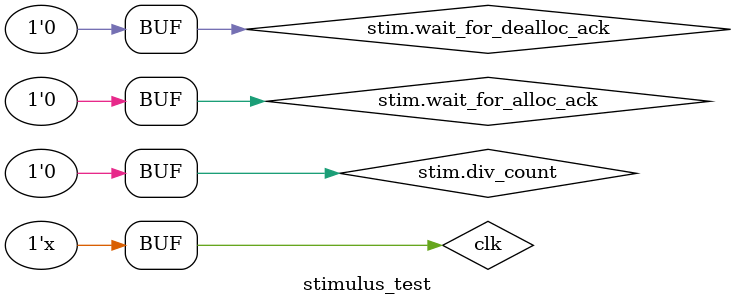
<source format=v>
`timescale 1ns / 1ps
module stimulus_test ;
   
   reg clk ;

   initial
     begin
	clk = 0 ;
	stim.wait_for_alloc_ack = 0;
	stim.wait_for_dealloc_ack = 0;
	stim.div_count = 0;
     end
     
   always
     #5 clk = ~clk ;
   
   stimulus stim ( .SYSTEM_CLOCK(clk) );
   
endmodule

</source>
